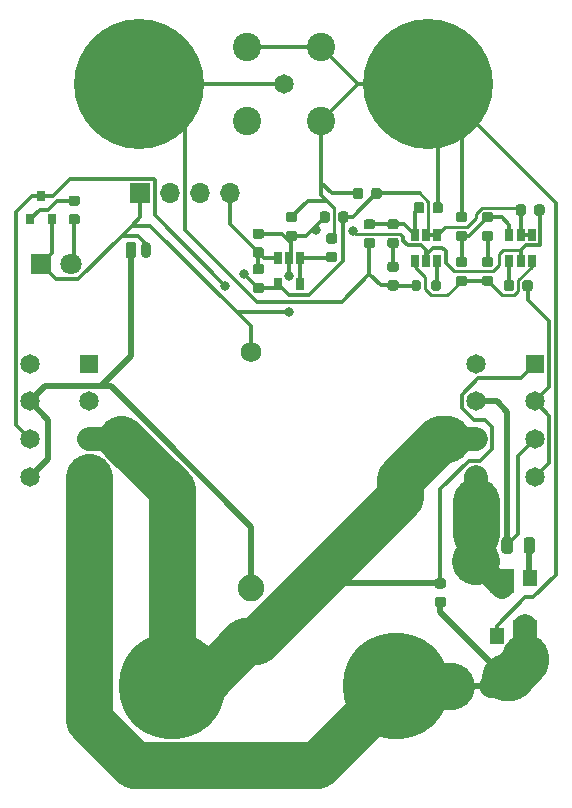
<source format=gbr>
%TF.GenerationSoftware,KiCad,Pcbnew,5.1.8-db9833491~87~ubuntu20.04.1*%
%TF.CreationDate,2020-11-29T21:19:56-07:00*%
%TF.ProjectId,smallcurrent,736d616c-6c63-4757-9272-656e742e6b69,rev?*%
%TF.SameCoordinates,Original*%
%TF.FileFunction,Copper,L2,Bot*%
%TF.FilePolarity,Positive*%
%FSLAX46Y46*%
G04 Gerber Fmt 4.6, Leading zero omitted, Abs format (unit mm)*
G04 Created by KiCad (PCBNEW 5.1.8-db9833491~87~ubuntu20.04.1) date 2020-11-29 21:19:56*
%MOMM*%
%LPD*%
G01*
G04 APERTURE LIST*
%TA.AperFunction,SMDPad,CuDef*%
%ADD10R,2.006600X2.048000*%
%TD*%
%TA.AperFunction,SMDPad,CuDef*%
%ADD11R,1.143000X1.397000*%
%TD*%
%TA.AperFunction,ComponentPad*%
%ADD12C,1.800000*%
%TD*%
%TA.AperFunction,ComponentPad*%
%ADD13R,1.800000X1.800000*%
%TD*%
%TA.AperFunction,ComponentPad*%
%ADD14C,11.000000*%
%TD*%
%TA.AperFunction,ComponentPad*%
%ADD15C,9.000000*%
%TD*%
%TA.AperFunction,ComponentPad*%
%ADD16C,2.250000*%
%TD*%
%TA.AperFunction,ComponentPad*%
%ADD17C,1.755000*%
%TD*%
%TA.AperFunction,SMDPad,CuDef*%
%ADD18R,0.650000X1.060000*%
%TD*%
%TA.AperFunction,SMDPad,CuDef*%
%ADD19R,0.800000X0.900000*%
%TD*%
%TA.AperFunction,ComponentPad*%
%ADD20C,1.650000*%
%TD*%
%TA.AperFunction,ComponentPad*%
%ADD21R,1.650000X1.650000*%
%TD*%
%TA.AperFunction,ComponentPad*%
%ADD22O,1.700000X1.700000*%
%TD*%
%TA.AperFunction,ComponentPad*%
%ADD23R,1.700000X1.700000*%
%TD*%
%TA.AperFunction,ComponentPad*%
%ADD24O,0.900000X1.400000*%
%TD*%
%TA.AperFunction,ComponentPad*%
%ADD25C,2.400000*%
%TD*%
%TA.AperFunction,ViaPad*%
%ADD26C,0.800000*%
%TD*%
%TA.AperFunction,Conductor*%
%ADD27C,4.000000*%
%TD*%
%TA.AperFunction,Conductor*%
%ADD28C,0.500000*%
%TD*%
%TA.AperFunction,Conductor*%
%ADD29C,2.000000*%
%TD*%
%TA.AperFunction,Conductor*%
%ADD30C,0.350000*%
%TD*%
%TA.AperFunction,Conductor*%
%ADD31C,0.250000*%
%TD*%
G04 APERTURE END LIST*
D10*
%TO.P,R1,2*%
%TO.N,GNDREF*%
X145177900Y-160951000D03*
D11*
X142790300Y-161276500D03*
%TO.P,R1,1*%
%TO.N,Net-(R1-Pad1)*%
X145609700Y-156323500D03*
D10*
X143222100Y-156649000D03*
%TD*%
%TO.P,R8,2*%
%TO.N,Net-(R8-Pad2)*%
%TA.AperFunction,SMDPad,CuDef*%
G36*
G01*
X137225000Y-131875000D02*
X137225000Y-131325000D01*
G75*
G02*
X137425000Y-131125000I200000J0D01*
G01*
X137825000Y-131125000D01*
G75*
G02*
X138025000Y-131325000I0J-200000D01*
G01*
X138025000Y-131875000D01*
G75*
G02*
X137825000Y-132075000I-200000J0D01*
G01*
X137425000Y-132075000D01*
G75*
G02*
X137225000Y-131875000I0J200000D01*
G01*
G37*
%TD.AperFunction*%
%TO.P,R8,1*%
%TO.N,Net-(BC1-Pad1)*%
%TA.AperFunction,SMDPad,CuDef*%
G36*
G01*
X135575000Y-131875000D02*
X135575000Y-131325000D01*
G75*
G02*
X135775000Y-131125000I200000J0D01*
G01*
X136175000Y-131125000D01*
G75*
G02*
X136375000Y-131325000I0J-200000D01*
G01*
X136375000Y-131875000D01*
G75*
G02*
X136175000Y-132075000I-200000J0D01*
G01*
X135775000Y-132075000D01*
G75*
G02*
X135575000Y-131875000I0J200000D01*
G01*
G37*
%TD.AperFunction*%
%TD*%
D12*
%TO.P,D1,2*%
%TO.N,Net-(D1-Pad2)*%
X106740000Y-129800000D03*
D13*
%TO.P,D1,1*%
%TO.N,GND*%
X104200000Y-129800000D03*
%TD*%
D14*
%TO.P,J4,1*%
%TO.N,GNDREF*%
X137000000Y-114500000D03*
%TD*%
%TO.P,J3,1*%
%TO.N,Net-(BC1-Pad1)*%
X112500000Y-114500000D03*
%TD*%
D15*
%TO.P,J2,1*%
%TO.N,GNDREF*%
X134250000Y-165500000D03*
%TD*%
%TO.P,J1,1*%
%TO.N,Net-(J1-Pad1)*%
X115250000Y-165500000D03*
%TD*%
D16*
%TO.P,BT1,1*%
%TO.N,+BATT*%
X122000000Y-157200000D03*
D17*
%TO.P,BT1,2*%
%TO.N,GND*%
X122000000Y-137200000D03*
%TD*%
D18*
%TO.P,U4,5*%
%TO.N,VCC*%
X136800000Y-127300000D03*
%TO.P,U4,6*%
X137750000Y-127300000D03*
%TO.P,U4,4*%
%TO.N,Net-(C4-Pad1)*%
X135850000Y-127300000D03*
%TO.P,U4,3*%
%TO.N,Net-(C3-Pad2)*%
X135850000Y-129500000D03*
%TO.P,U4,2*%
%TO.N,GND*%
X136800000Y-129500000D03*
%TO.P,U4,1*%
%TO.N,Net-(R8-Pad2)*%
X137750000Y-129500000D03*
%TD*%
D19*
%TO.P,U3,3*%
%TO.N,VCC*%
X104200000Y-124000000D03*
%TO.P,U3,2*%
%TO.N,Net-(R4-Pad2)*%
X103250000Y-126000000D03*
%TO.P,U3,1*%
%TO.N,GND*%
X105150000Y-126000000D03*
%TD*%
D18*
%TO.P,U2,5*%
%TO.N,VCC*%
X124250000Y-131500000D03*
%TO.P,U2,4*%
%TO.N,Net-(R10-Pad2)*%
X126150000Y-131500000D03*
%TO.P,U2,3*%
X126150000Y-129300000D03*
%TO.P,U2,2*%
%TO.N,GND*%
X125200000Y-129300000D03*
%TO.P,U2,1*%
%TO.N,Net-(J6-Pad4)*%
X124250000Y-129300000D03*
%TD*%
%TO.P,U1,5*%
%TO.N,VCC*%
X144800000Y-127300000D03*
%TO.P,U1,6*%
X145750000Y-127300000D03*
%TO.P,U1,4*%
%TO.N,Net-(C3-Pad1)*%
X143850000Y-127300000D03*
%TO.P,U1,3*%
%TO.N,Net-(R12-Pad2)*%
X143850000Y-129500000D03*
%TO.P,U1,2*%
%TO.N,GND*%
X144800000Y-129500000D03*
%TO.P,U1,1*%
%TO.N,Net-(C3-Pad2)*%
X145750000Y-129500000D03*
%TD*%
D20*
%TO.P,SW2,8*%
%TO.N,+BATT*%
X103250000Y-147800000D03*
%TO.P,SW2,7*%
%TO.N,VCC*%
X103250000Y-144600000D03*
%TO.P,SW2,6*%
%TO.N,+BATT*%
X103250000Y-141400000D03*
%TO.P,SW2,5*%
%TO.N,N/C*%
X103250000Y-138200000D03*
%TO.P,SW2,4*%
%TO.N,GNDREF*%
X108250000Y-147800000D03*
%TO.P,SW2,3*%
%TO.N,Net-(J1-Pad1)*%
X108250000Y-144600000D03*
%TO.P,SW2,2*%
%TO.N,N/C*%
X108250000Y-141400000D03*
D21*
%TO.P,SW2,1*%
X108250000Y-138200000D03*
%TD*%
D20*
%TO.P,SW1,8*%
%TO.N,Net-(R1-Pad1)*%
X141000000Y-147800000D03*
%TO.P,SW1,7*%
%TO.N,Net-(J1-Pad1)*%
X141000000Y-144600000D03*
%TO.P,SW1,6*%
%TO.N,Net-(R9-Pad1)*%
X141000000Y-141400000D03*
%TO.P,SW1,5*%
%TO.N,N/C*%
X141000000Y-138200000D03*
%TO.P,SW1,4*%
%TO.N,Net-(R12-Pad1)*%
X146000000Y-147800000D03*
%TO.P,SW1,3*%
%TO.N,Net-(R9-Pad1)*%
X146000000Y-144600000D03*
%TO.P,SW1,2*%
%TO.N,Net-(R12-Pad1)*%
X146000000Y-141400000D03*
D21*
%TO.P,SW1,1*%
%TO.N,Net-(J1-Pad1)*%
X146000000Y-138200000D03*
%TD*%
%TO.P,R15,2*%
%TO.N,GNDREF*%
%TA.AperFunction,SMDPad,CuDef*%
G36*
G01*
X137350000Y-125256250D02*
X137350000Y-124743750D01*
G75*
G02*
X137568750Y-124525000I218750J0D01*
G01*
X138006250Y-124525000D01*
G75*
G02*
X138225000Y-124743750I0J-218750D01*
G01*
X138225000Y-125256250D01*
G75*
G02*
X138006250Y-125475000I-218750J0D01*
G01*
X137568750Y-125475000D01*
G75*
G02*
X137350000Y-125256250I0J218750D01*
G01*
G37*
%TD.AperFunction*%
%TO.P,R15,1*%
%TO.N,Net-(C4-Pad1)*%
%TA.AperFunction,SMDPad,CuDef*%
G36*
G01*
X135775000Y-125256250D02*
X135775000Y-124743750D01*
G75*
G02*
X135993750Y-124525000I218750J0D01*
G01*
X136431250Y-124525000D01*
G75*
G02*
X136650000Y-124743750I0J-218750D01*
G01*
X136650000Y-125256250D01*
G75*
G02*
X136431250Y-125475000I-218750J0D01*
G01*
X135993750Y-125475000D01*
G75*
G02*
X135775000Y-125256250I0J218750D01*
G01*
G37*
%TD.AperFunction*%
%TD*%
%TO.P,R14,2*%
%TO.N,Net-(R13-Pad1)*%
%TA.AperFunction,SMDPad,CuDef*%
G36*
G01*
X134256250Y-130450000D02*
X133743750Y-130450000D01*
G75*
G02*
X133525000Y-130231250I0J218750D01*
G01*
X133525000Y-129793750D01*
G75*
G02*
X133743750Y-129575000I218750J0D01*
G01*
X134256250Y-129575000D01*
G75*
G02*
X134475000Y-129793750I0J-218750D01*
G01*
X134475000Y-130231250D01*
G75*
G02*
X134256250Y-130450000I-218750J0D01*
G01*
G37*
%TD.AperFunction*%
%TO.P,R14,1*%
%TO.N,Net-(BC1-Pad1)*%
%TA.AperFunction,SMDPad,CuDef*%
G36*
G01*
X134256250Y-132025000D02*
X133743750Y-132025000D01*
G75*
G02*
X133525000Y-131806250I0J218750D01*
G01*
X133525000Y-131368750D01*
G75*
G02*
X133743750Y-131150000I218750J0D01*
G01*
X134256250Y-131150000D01*
G75*
G02*
X134475000Y-131368750I0J-218750D01*
G01*
X134475000Y-131806250D01*
G75*
G02*
X134256250Y-132025000I-218750J0D01*
G01*
G37*
%TD.AperFunction*%
%TD*%
%TO.P,R13,2*%
%TO.N,Net-(C4-Pad1)*%
%TA.AperFunction,SMDPad,CuDef*%
G36*
G01*
X134256250Y-126850000D02*
X133743750Y-126850000D01*
G75*
G02*
X133525000Y-126631250I0J218750D01*
G01*
X133525000Y-126193750D01*
G75*
G02*
X133743750Y-125975000I218750J0D01*
G01*
X134256250Y-125975000D01*
G75*
G02*
X134475000Y-126193750I0J-218750D01*
G01*
X134475000Y-126631250D01*
G75*
G02*
X134256250Y-126850000I-218750J0D01*
G01*
G37*
%TD.AperFunction*%
%TO.P,R13,1*%
%TO.N,Net-(R13-Pad1)*%
%TA.AperFunction,SMDPad,CuDef*%
G36*
G01*
X134256250Y-128425000D02*
X133743750Y-128425000D01*
G75*
G02*
X133525000Y-128206250I0J218750D01*
G01*
X133525000Y-127768750D01*
G75*
G02*
X133743750Y-127550000I218750J0D01*
G01*
X134256250Y-127550000D01*
G75*
G02*
X134475000Y-127768750I0J-218750D01*
G01*
X134475000Y-128206250D01*
G75*
G02*
X134256250Y-128425000I-218750J0D01*
G01*
G37*
%TD.AperFunction*%
%TD*%
%TO.P,R12,2*%
%TO.N,Net-(R12-Pad2)*%
%TA.AperFunction,SMDPad,CuDef*%
G36*
G01*
X144250000Y-131343750D02*
X144250000Y-131856250D01*
G75*
G02*
X144031250Y-132075000I-218750J0D01*
G01*
X143593750Y-132075000D01*
G75*
G02*
X143375000Y-131856250I0J218750D01*
G01*
X143375000Y-131343750D01*
G75*
G02*
X143593750Y-131125000I218750J0D01*
G01*
X144031250Y-131125000D01*
G75*
G02*
X144250000Y-131343750I0J-218750D01*
G01*
G37*
%TD.AperFunction*%
%TO.P,R12,1*%
%TO.N,Net-(R12-Pad1)*%
%TA.AperFunction,SMDPad,CuDef*%
G36*
G01*
X145825000Y-131343750D02*
X145825000Y-131856250D01*
G75*
G02*
X145606250Y-132075000I-218750J0D01*
G01*
X145168750Y-132075000D01*
G75*
G02*
X144950000Y-131856250I0J218750D01*
G01*
X144950000Y-131343750D01*
G75*
G02*
X145168750Y-131125000I218750J0D01*
G01*
X145606250Y-131125000D01*
G75*
G02*
X145825000Y-131343750I0J-218750D01*
G01*
G37*
%TD.AperFunction*%
%TD*%
%TO.P,R11,2*%
%TO.N,Net-(R11-Pad2)*%
%TA.AperFunction,SMDPad,CuDef*%
G36*
G01*
X142256250Y-130050000D02*
X141743750Y-130050000D01*
G75*
G02*
X141525000Y-129831250I0J218750D01*
G01*
X141525000Y-129393750D01*
G75*
G02*
X141743750Y-129175000I218750J0D01*
G01*
X142256250Y-129175000D01*
G75*
G02*
X142475000Y-129393750I0J-218750D01*
G01*
X142475000Y-129831250D01*
G75*
G02*
X142256250Y-130050000I-218750J0D01*
G01*
G37*
%TD.AperFunction*%
%TO.P,R11,1*%
%TO.N,Net-(C3-Pad2)*%
%TA.AperFunction,SMDPad,CuDef*%
G36*
G01*
X142256250Y-131625000D02*
X141743750Y-131625000D01*
G75*
G02*
X141525000Y-131406250I0J218750D01*
G01*
X141525000Y-130968750D01*
G75*
G02*
X141743750Y-130750000I218750J0D01*
G01*
X142256250Y-130750000D01*
G75*
G02*
X142475000Y-130968750I0J-218750D01*
G01*
X142475000Y-131406250D01*
G75*
G02*
X142256250Y-131625000I-218750J0D01*
G01*
G37*
%TD.AperFunction*%
%TD*%
%TO.P,R10,2*%
%TO.N,Net-(R10-Pad2)*%
%TA.AperFunction,SMDPad,CuDef*%
G36*
G01*
X128543750Y-128750000D02*
X129056250Y-128750000D01*
G75*
G02*
X129275000Y-128968750I0J-218750D01*
G01*
X129275000Y-129406250D01*
G75*
G02*
X129056250Y-129625000I-218750J0D01*
G01*
X128543750Y-129625000D01*
G75*
G02*
X128325000Y-129406250I0J218750D01*
G01*
X128325000Y-128968750D01*
G75*
G02*
X128543750Y-128750000I218750J0D01*
G01*
G37*
%TD.AperFunction*%
%TO.P,R10,1*%
%TO.N,GNDREF*%
%TA.AperFunction,SMDPad,CuDef*%
G36*
G01*
X128543750Y-127175000D02*
X129056250Y-127175000D01*
G75*
G02*
X129275000Y-127393750I0J-218750D01*
G01*
X129275000Y-127831250D01*
G75*
G02*
X129056250Y-128050000I-218750J0D01*
G01*
X128543750Y-128050000D01*
G75*
G02*
X128325000Y-127831250I0J218750D01*
G01*
X128325000Y-127393750D01*
G75*
G02*
X128543750Y-127175000I218750J0D01*
G01*
G37*
%TD.AperFunction*%
%TD*%
%TO.P,R9,2*%
%TO.N,Net-(R1-Pad1)*%
%TA.AperFunction,SMDPad,CuDef*%
G36*
G01*
X145050000Y-154056250D02*
X145050000Y-153143750D01*
G75*
G02*
X145293750Y-152900000I243750J0D01*
G01*
X145781250Y-152900000D01*
G75*
G02*
X146025000Y-153143750I0J-243750D01*
G01*
X146025000Y-154056250D01*
G75*
G02*
X145781250Y-154300000I-243750J0D01*
G01*
X145293750Y-154300000D01*
G75*
G02*
X145050000Y-154056250I0J243750D01*
G01*
G37*
%TD.AperFunction*%
%TO.P,R9,1*%
%TO.N,Net-(R9-Pad1)*%
%TA.AperFunction,SMDPad,CuDef*%
G36*
G01*
X143175000Y-154056250D02*
X143175000Y-153143750D01*
G75*
G02*
X143418750Y-152900000I243750J0D01*
G01*
X143906250Y-152900000D01*
G75*
G02*
X144150000Y-153143750I0J-243750D01*
G01*
X144150000Y-154056250D01*
G75*
G02*
X143906250Y-154300000I-243750J0D01*
G01*
X143418750Y-154300000D01*
G75*
G02*
X143175000Y-154056250I0J243750D01*
G01*
G37*
%TD.AperFunction*%
%TD*%
%TO.P,R7,2*%
%TO.N,GND*%
%TA.AperFunction,SMDPad,CuDef*%
G36*
G01*
X122856250Y-127650000D02*
X122343750Y-127650000D01*
G75*
G02*
X122125000Y-127431250I0J218750D01*
G01*
X122125000Y-126993750D01*
G75*
G02*
X122343750Y-126775000I218750J0D01*
G01*
X122856250Y-126775000D01*
G75*
G02*
X123075000Y-126993750I0J-218750D01*
G01*
X123075000Y-127431250D01*
G75*
G02*
X122856250Y-127650000I-218750J0D01*
G01*
G37*
%TD.AperFunction*%
%TO.P,R7,1*%
%TO.N,Net-(J6-Pad4)*%
%TA.AperFunction,SMDPad,CuDef*%
G36*
G01*
X122856250Y-129225000D02*
X122343750Y-129225000D01*
G75*
G02*
X122125000Y-129006250I0J218750D01*
G01*
X122125000Y-128568750D01*
G75*
G02*
X122343750Y-128350000I218750J0D01*
G01*
X122856250Y-128350000D01*
G75*
G02*
X123075000Y-128568750I0J-218750D01*
G01*
X123075000Y-129006250D01*
G75*
G02*
X122856250Y-129225000I-218750J0D01*
G01*
G37*
%TD.AperFunction*%
%TD*%
%TO.P,R6,2*%
%TO.N,Net-(J6-Pad4)*%
%TA.AperFunction,SMDPad,CuDef*%
G36*
G01*
X122856250Y-130650000D02*
X122343750Y-130650000D01*
G75*
G02*
X122125000Y-130431250I0J218750D01*
G01*
X122125000Y-129993750D01*
G75*
G02*
X122343750Y-129775000I218750J0D01*
G01*
X122856250Y-129775000D01*
G75*
G02*
X123075000Y-129993750I0J-218750D01*
G01*
X123075000Y-130431250D01*
G75*
G02*
X122856250Y-130650000I-218750J0D01*
G01*
G37*
%TD.AperFunction*%
%TO.P,R6,1*%
%TO.N,VCC*%
%TA.AperFunction,SMDPad,CuDef*%
G36*
G01*
X122856250Y-132225000D02*
X122343750Y-132225000D01*
G75*
G02*
X122125000Y-132006250I0J218750D01*
G01*
X122125000Y-131568750D01*
G75*
G02*
X122343750Y-131350000I218750J0D01*
G01*
X122856250Y-131350000D01*
G75*
G02*
X123075000Y-131568750I0J-218750D01*
G01*
X123075000Y-132006250D01*
G75*
G02*
X122856250Y-132225000I-218750J0D01*
G01*
G37*
%TD.AperFunction*%
%TD*%
%TO.P,R5,2*%
%TO.N,GNDREF*%
%TA.AperFunction,SMDPad,CuDef*%
G36*
G01*
X140056250Y-126250000D02*
X139543750Y-126250000D01*
G75*
G02*
X139325000Y-126031250I0J218750D01*
G01*
X139325000Y-125593750D01*
G75*
G02*
X139543750Y-125375000I218750J0D01*
G01*
X140056250Y-125375000D01*
G75*
G02*
X140275000Y-125593750I0J-218750D01*
G01*
X140275000Y-126031250D01*
G75*
G02*
X140056250Y-126250000I-218750J0D01*
G01*
G37*
%TD.AperFunction*%
%TO.P,R5,1*%
%TO.N,Net-(C3-Pad1)*%
%TA.AperFunction,SMDPad,CuDef*%
G36*
G01*
X140056250Y-127825000D02*
X139543750Y-127825000D01*
G75*
G02*
X139325000Y-127606250I0J218750D01*
G01*
X139325000Y-127168750D01*
G75*
G02*
X139543750Y-126950000I218750J0D01*
G01*
X140056250Y-126950000D01*
G75*
G02*
X140275000Y-127168750I0J-218750D01*
G01*
X140275000Y-127606250D01*
G75*
G02*
X140056250Y-127825000I-218750J0D01*
G01*
G37*
%TD.AperFunction*%
%TD*%
%TO.P,R4,2*%
%TO.N,Net-(R4-Pad2)*%
%TA.AperFunction,SMDPad,CuDef*%
G36*
G01*
X107256250Y-124850000D02*
X106743750Y-124850000D01*
G75*
G02*
X106525000Y-124631250I0J218750D01*
G01*
X106525000Y-124193750D01*
G75*
G02*
X106743750Y-123975000I218750J0D01*
G01*
X107256250Y-123975000D01*
G75*
G02*
X107475000Y-124193750I0J-218750D01*
G01*
X107475000Y-124631250D01*
G75*
G02*
X107256250Y-124850000I-218750J0D01*
G01*
G37*
%TD.AperFunction*%
%TO.P,R4,1*%
%TO.N,Net-(D1-Pad2)*%
%TA.AperFunction,SMDPad,CuDef*%
G36*
G01*
X107256250Y-126425000D02*
X106743750Y-126425000D01*
G75*
G02*
X106525000Y-126206250I0J218750D01*
G01*
X106525000Y-125768750D01*
G75*
G02*
X106743750Y-125550000I218750J0D01*
G01*
X107256250Y-125550000D01*
G75*
G02*
X107475000Y-125768750I0J-218750D01*
G01*
X107475000Y-126206250D01*
G75*
G02*
X107256250Y-126425000I-218750J0D01*
G01*
G37*
%TD.AperFunction*%
%TD*%
%TO.P,R3,2*%
%TO.N,Net-(C3-Pad1)*%
%TA.AperFunction,SMDPad,CuDef*%
G36*
G01*
X142256250Y-126250000D02*
X141743750Y-126250000D01*
G75*
G02*
X141525000Y-126031250I0J218750D01*
G01*
X141525000Y-125593750D01*
G75*
G02*
X141743750Y-125375000I218750J0D01*
G01*
X142256250Y-125375000D01*
G75*
G02*
X142475000Y-125593750I0J-218750D01*
G01*
X142475000Y-126031250D01*
G75*
G02*
X142256250Y-126250000I-218750J0D01*
G01*
G37*
%TD.AperFunction*%
%TO.P,R3,1*%
%TO.N,Net-(R11-Pad2)*%
%TA.AperFunction,SMDPad,CuDef*%
G36*
G01*
X142256250Y-127825000D02*
X141743750Y-127825000D01*
G75*
G02*
X141525000Y-127606250I0J218750D01*
G01*
X141525000Y-127168750D01*
G75*
G02*
X141743750Y-126950000I218750J0D01*
G01*
X142256250Y-126950000D01*
G75*
G02*
X142475000Y-127168750I0J-218750D01*
G01*
X142475000Y-127606250D01*
G75*
G02*
X142256250Y-127825000I-218750J0D01*
G01*
G37*
%TD.AperFunction*%
%TD*%
%TO.P,R2,1*%
%TO.N,Net-(J1-Pad1)*%
%TA.AperFunction,SMDPad,CuDef*%
G36*
G01*
X137743750Y-156375000D02*
X138256250Y-156375000D01*
G75*
G02*
X138475000Y-156593750I0J-218750D01*
G01*
X138475000Y-157031250D01*
G75*
G02*
X138256250Y-157250000I-218750J0D01*
G01*
X137743750Y-157250000D01*
G75*
G02*
X137525000Y-157031250I0J218750D01*
G01*
X137525000Y-156593750D01*
G75*
G02*
X137743750Y-156375000I218750J0D01*
G01*
G37*
%TD.AperFunction*%
%TO.P,R2,2*%
%TO.N,GNDREF*%
%TA.AperFunction,SMDPad,CuDef*%
G36*
G01*
X137743750Y-157950000D02*
X138256250Y-157950000D01*
G75*
G02*
X138475000Y-158168750I0J-218750D01*
G01*
X138475000Y-158606250D01*
G75*
G02*
X138256250Y-158825000I-218750J0D01*
G01*
X137743750Y-158825000D01*
G75*
G02*
X137525000Y-158606250I0J218750D01*
G01*
X137525000Y-158168750D01*
G75*
G02*
X137743750Y-157950000I218750J0D01*
G01*
G37*
%TD.AperFunction*%
%TD*%
D22*
%TO.P,J6,4*%
%TO.N,Net-(J6-Pad4)*%
X120220000Y-123800000D03*
%TO.P,J6,3*%
%TO.N,N/C*%
X117680000Y-123800000D03*
%TO.P,J6,2*%
X115140000Y-123800000D03*
D23*
%TO.P,J6,1*%
%TO.N,GND*%
X112600000Y-123800000D03*
%TD*%
%TO.P,J5,1*%
%TO.N,+BATT*%
%TA.AperFunction,ComponentPad*%
G36*
G01*
X111350000Y-129075000D02*
X111350000Y-128125000D01*
G75*
G02*
X111575000Y-127900000I225000J0D01*
G01*
X112025000Y-127900000D01*
G75*
G02*
X112250000Y-128125000I0J-225000D01*
G01*
X112250000Y-129075000D01*
G75*
G02*
X112025000Y-129300000I-225000J0D01*
G01*
X111575000Y-129300000D01*
G75*
G02*
X111350000Y-129075000I0J225000D01*
G01*
G37*
%TD.AperFunction*%
D24*
%TO.P,J5,2*%
%TO.N,GND*%
X113050000Y-128600000D03*
%TD*%
%TO.P,C6,2*%
%TO.N,GNDREF*%
%TA.AperFunction,SMDPad,CuDef*%
G36*
G01*
X125656250Y-126250000D02*
X125143750Y-126250000D01*
G75*
G02*
X124925000Y-126031250I0J218750D01*
G01*
X124925000Y-125593750D01*
G75*
G02*
X125143750Y-125375000I218750J0D01*
G01*
X125656250Y-125375000D01*
G75*
G02*
X125875000Y-125593750I0J-218750D01*
G01*
X125875000Y-126031250D01*
G75*
G02*
X125656250Y-126250000I-218750J0D01*
G01*
G37*
%TD.AperFunction*%
%TO.P,C6,1*%
%TO.N,GND*%
%TA.AperFunction,SMDPad,CuDef*%
G36*
G01*
X125656250Y-127825000D02*
X125143750Y-127825000D01*
G75*
G02*
X124925000Y-127606250I0J218750D01*
G01*
X124925000Y-127168750D01*
G75*
G02*
X125143750Y-126950000I218750J0D01*
G01*
X125656250Y-126950000D01*
G75*
G02*
X125875000Y-127168750I0J-218750D01*
G01*
X125875000Y-127606250D01*
G75*
G02*
X125656250Y-127825000I-218750J0D01*
G01*
G37*
%TD.AperFunction*%
%TD*%
%TO.P,C5,2*%
%TO.N,VCC*%
%TA.AperFunction,SMDPad,CuDef*%
G36*
G01*
X132150000Y-124056250D02*
X132150000Y-123543750D01*
G75*
G02*
X132368750Y-123325000I218750J0D01*
G01*
X132806250Y-123325000D01*
G75*
G02*
X133025000Y-123543750I0J-218750D01*
G01*
X133025000Y-124056250D01*
G75*
G02*
X132806250Y-124275000I-218750J0D01*
G01*
X132368750Y-124275000D01*
G75*
G02*
X132150000Y-124056250I0J218750D01*
G01*
G37*
%TD.AperFunction*%
%TO.P,C5,1*%
%TO.N,GNDREF*%
%TA.AperFunction,SMDPad,CuDef*%
G36*
G01*
X130575000Y-124056250D02*
X130575000Y-123543750D01*
G75*
G02*
X130793750Y-123325000I218750J0D01*
G01*
X131231250Y-123325000D01*
G75*
G02*
X131450000Y-123543750I0J-218750D01*
G01*
X131450000Y-124056250D01*
G75*
G02*
X131231250Y-124275000I-218750J0D01*
G01*
X130793750Y-124275000D01*
G75*
G02*
X130575000Y-124056250I0J218750D01*
G01*
G37*
%TD.AperFunction*%
%TD*%
%TO.P,C4,2*%
%TO.N,Net-(BC1-Pad1)*%
%TA.AperFunction,SMDPad,CuDef*%
G36*
G01*
X131743750Y-127550000D02*
X132256250Y-127550000D01*
G75*
G02*
X132475000Y-127768750I0J-218750D01*
G01*
X132475000Y-128206250D01*
G75*
G02*
X132256250Y-128425000I-218750J0D01*
G01*
X131743750Y-128425000D01*
G75*
G02*
X131525000Y-128206250I0J218750D01*
G01*
X131525000Y-127768750D01*
G75*
G02*
X131743750Y-127550000I218750J0D01*
G01*
G37*
%TD.AperFunction*%
%TO.P,C4,1*%
%TO.N,Net-(C4-Pad1)*%
%TA.AperFunction,SMDPad,CuDef*%
G36*
G01*
X131743750Y-125975000D02*
X132256250Y-125975000D01*
G75*
G02*
X132475000Y-126193750I0J-218750D01*
G01*
X132475000Y-126631250D01*
G75*
G02*
X132256250Y-126850000I-218750J0D01*
G01*
X131743750Y-126850000D01*
G75*
G02*
X131525000Y-126631250I0J218750D01*
G01*
X131525000Y-126193750D01*
G75*
G02*
X131743750Y-125975000I218750J0D01*
G01*
G37*
%TD.AperFunction*%
%TD*%
%TO.P,C3,2*%
%TO.N,Net-(C3-Pad2)*%
%TA.AperFunction,SMDPad,CuDef*%
G36*
G01*
X139543750Y-130750000D02*
X140056250Y-130750000D01*
G75*
G02*
X140275000Y-130968750I0J-218750D01*
G01*
X140275000Y-131406250D01*
G75*
G02*
X140056250Y-131625000I-218750J0D01*
G01*
X139543750Y-131625000D01*
G75*
G02*
X139325000Y-131406250I0J218750D01*
G01*
X139325000Y-130968750D01*
G75*
G02*
X139543750Y-130750000I218750J0D01*
G01*
G37*
%TD.AperFunction*%
%TO.P,C3,1*%
%TO.N,Net-(C3-Pad1)*%
%TA.AperFunction,SMDPad,CuDef*%
G36*
G01*
X139543750Y-129175000D02*
X140056250Y-129175000D01*
G75*
G02*
X140275000Y-129393750I0J-218750D01*
G01*
X140275000Y-129831250D01*
G75*
G02*
X140056250Y-130050000I-218750J0D01*
G01*
X139543750Y-130050000D01*
G75*
G02*
X139325000Y-129831250I0J218750D01*
G01*
X139325000Y-129393750D01*
G75*
G02*
X139543750Y-129175000I218750J0D01*
G01*
G37*
%TD.AperFunction*%
%TD*%
%TO.P,C2,2*%
%TO.N,VCC*%
%TA.AperFunction,SMDPad,CuDef*%
G36*
G01*
X129350000Y-126056250D02*
X129350000Y-125543750D01*
G75*
G02*
X129568750Y-125325000I218750J0D01*
G01*
X130006250Y-125325000D01*
G75*
G02*
X130225000Y-125543750I0J-218750D01*
G01*
X130225000Y-126056250D01*
G75*
G02*
X130006250Y-126275000I-218750J0D01*
G01*
X129568750Y-126275000D01*
G75*
G02*
X129350000Y-126056250I0J218750D01*
G01*
G37*
%TD.AperFunction*%
%TO.P,C2,1*%
%TO.N,GND*%
%TA.AperFunction,SMDPad,CuDef*%
G36*
G01*
X127775000Y-126056250D02*
X127775000Y-125543750D01*
G75*
G02*
X127993750Y-125325000I218750J0D01*
G01*
X128431250Y-125325000D01*
G75*
G02*
X128650000Y-125543750I0J-218750D01*
G01*
X128650000Y-126056250D01*
G75*
G02*
X128431250Y-126275000I-218750J0D01*
G01*
X127993750Y-126275000D01*
G75*
G02*
X127775000Y-126056250I0J218750D01*
G01*
G37*
%TD.AperFunction*%
%TD*%
%TO.P,C1,2*%
%TO.N,GND*%
%TA.AperFunction,SMDPad,CuDef*%
G36*
G01*
X145950000Y-125456250D02*
X145950000Y-124943750D01*
G75*
G02*
X146168750Y-124725000I218750J0D01*
G01*
X146606250Y-124725000D01*
G75*
G02*
X146825000Y-124943750I0J-218750D01*
G01*
X146825000Y-125456250D01*
G75*
G02*
X146606250Y-125675000I-218750J0D01*
G01*
X146168750Y-125675000D01*
G75*
G02*
X145950000Y-125456250I0J218750D01*
G01*
G37*
%TD.AperFunction*%
%TO.P,C1,1*%
%TO.N,VCC*%
%TA.AperFunction,SMDPad,CuDef*%
G36*
G01*
X144375000Y-125456250D02*
X144375000Y-124943750D01*
G75*
G02*
X144593750Y-124725000I218750J0D01*
G01*
X145031250Y-124725000D01*
G75*
G02*
X145250000Y-124943750I0J-218750D01*
G01*
X145250000Y-125456250D01*
G75*
G02*
X145031250Y-125675000I-218750J0D01*
G01*
X144593750Y-125675000D01*
G75*
G02*
X144375000Y-125456250I0J218750D01*
G01*
G37*
%TD.AperFunction*%
%TD*%
D25*
%TO.P,BC1,5*%
%TO.N,GNDREF*%
X121620000Y-117630000D03*
%TO.P,BC1,4*%
X127880000Y-117630000D03*
%TO.P,BC1,3*%
X127880000Y-111370000D03*
%TO.P,BC1,2*%
X121620000Y-111370000D03*
D20*
%TO.P,BC1,1*%
%TO.N,Net-(BC1-Pad1)*%
X124750000Y-114500000D03*
%TD*%
D26*
%TO.N,GND*%
X125200000Y-130800000D03*
X125200000Y-133800000D03*
X127500531Y-126887269D03*
X130600000Y-127000000D03*
%TO.N,VCC*%
X119800000Y-131600000D03*
X121400000Y-130600000D03*
%TD*%
D27*
%TO.N,GNDREF*%
X112033999Y-172200001D02*
X108250000Y-168416002D01*
X134250000Y-165500000D02*
X127549999Y-172200001D01*
X127549999Y-172200001D02*
X112033999Y-172200001D01*
X108250000Y-168416002D02*
X108250000Y-147800000D01*
X134250000Y-165500000D02*
X138900000Y-165500000D01*
D28*
X138900000Y-165500000D02*
X142300000Y-165500000D01*
D29*
X145177900Y-160451000D02*
X145177900Y-163022100D01*
X142700000Y-165500000D02*
X142300000Y-165500000D01*
D27*
X145177900Y-163022100D02*
X145177900Y-163422100D01*
X143900000Y-164700000D02*
X143500000Y-164700000D01*
X145177900Y-163422100D02*
X143900000Y-164700000D01*
D29*
X143500000Y-164700000D02*
X142700000Y-165500000D01*
X145177900Y-163022100D02*
X143500000Y-164700000D01*
D28*
X138000000Y-159200000D02*
X143500000Y-164700000D01*
X138000000Y-158387500D02*
X138000000Y-159200000D01*
D30*
X142790300Y-161276500D02*
X142790300Y-160409700D01*
X142790300Y-160409700D02*
X145200000Y-158000000D01*
X145878202Y-158000000D02*
X147800000Y-156078202D01*
X145200000Y-158000000D02*
X145878202Y-158000000D01*
X147800000Y-156078202D02*
X147800000Y-124600000D01*
X137700000Y-114500000D02*
X137000000Y-114500000D01*
X147800000Y-124600000D02*
X137700000Y-114500000D01*
X137787500Y-115287500D02*
X137000000Y-114500000D01*
X137787500Y-125000000D02*
X137787500Y-115287500D01*
X139800000Y-117300000D02*
X137000000Y-114500000D01*
X139800000Y-125812500D02*
X139800000Y-117300000D01*
D31*
X128800000Y-127612500D02*
X128975010Y-127437490D01*
D30*
X125400000Y-125812500D02*
X126787510Y-124424990D01*
X131010000Y-114500000D02*
X127880000Y-111370000D01*
X137000000Y-114500000D02*
X131010000Y-114500000D01*
X127880000Y-111370000D02*
X121620000Y-111370000D01*
X127880000Y-123929980D02*
X128375010Y-124424990D01*
X126787510Y-124424990D02*
X128375010Y-124424990D01*
X128375010Y-124424990D02*
X128975010Y-125024990D01*
D31*
X128975010Y-127437490D02*
X128975010Y-125024990D01*
D30*
X128800000Y-123800000D02*
X127880000Y-122880000D01*
X131012500Y-123800000D02*
X128800000Y-123800000D01*
X127880000Y-122880000D02*
X127880000Y-123929980D01*
X127880000Y-117630000D02*
X127880000Y-122880000D01*
X131010000Y-114500000D02*
X127880000Y-117630000D01*
%TO.N,Net-(BC1-Pad1)*%
X124750000Y-114500000D02*
X112500000Y-114500000D01*
X134012500Y-131600000D02*
X134000000Y-131587500D01*
X135975000Y-131600000D02*
X134012500Y-131600000D01*
X134000000Y-131587500D02*
X132987500Y-131587500D01*
X132000000Y-130600000D02*
X132000000Y-127987500D01*
X132987500Y-131587500D02*
X132000000Y-130600000D01*
X132000000Y-130600000D02*
X129644988Y-132955012D01*
X129644988Y-132955012D02*
X122452806Y-132955012D01*
X122452806Y-132955012D02*
X116365001Y-126867207D01*
X116365001Y-126867207D02*
X116365001Y-118365001D01*
X116365001Y-118365001D02*
X112500000Y-114500000D01*
D28*
%TO.N,+BATT*%
X122000000Y-157200000D02*
X122000000Y-152000000D01*
X104525001Y-140124999D02*
X103250000Y-141400000D01*
X103250000Y-141400000D02*
X104800000Y-142950000D01*
X104800000Y-146250000D02*
X103250000Y-147800000D01*
X104800000Y-142950000D02*
X104800000Y-146250000D01*
X122000000Y-152000000D02*
X113400000Y-143400000D01*
X113400000Y-143400000D02*
X110124999Y-140124999D01*
X108724999Y-140124999D02*
X104525001Y-140124999D01*
X111800000Y-137600000D02*
X109275001Y-140124999D01*
X111800000Y-128600000D02*
X111800000Y-137600000D01*
X109275001Y-140124999D02*
X108724999Y-140124999D01*
X110124999Y-140124999D02*
X109275001Y-140124999D01*
D30*
%TO.N,GND*%
X105150000Y-128850000D02*
X104200000Y-129800000D01*
X105150000Y-126000000D02*
X105150000Y-128850000D01*
X126625000Y-127387500D02*
X128212500Y-125800000D01*
X125400000Y-127387500D02*
X126625000Y-127387500D01*
X125400000Y-129100000D02*
X125200000Y-129300000D01*
X124612500Y-127212500D02*
X125400000Y-128000000D01*
X122600000Y-127212500D02*
X124612500Y-127212500D01*
X125400000Y-128000000D02*
X125400000Y-129100000D01*
X125400000Y-127387500D02*
X125400000Y-128000000D01*
X104200000Y-129800000D02*
X105475001Y-131075001D01*
X112750000Y-123950000D02*
X112600000Y-123800000D01*
X122000000Y-135051456D02*
X122000000Y-137200000D01*
X125200000Y-129300000D02*
X125200000Y-130800000D01*
X125200000Y-133800000D02*
X120748544Y-133800000D01*
X120748544Y-133800000D02*
X120674272Y-133725728D01*
X120674272Y-133725728D02*
X122000000Y-135051456D01*
X136800000Y-129500000D02*
X136800000Y-129000000D01*
X136800000Y-129000000D02*
X137400000Y-128400000D01*
X138180002Y-128400000D02*
X138380002Y-128600000D01*
X137400000Y-128400000D02*
X138180002Y-128400000D01*
X138450001Y-128669999D02*
X138450001Y-129650001D01*
X138380002Y-128600000D02*
X138450001Y-128669999D01*
X138450001Y-129650001D02*
X139200000Y-130400000D01*
D31*
X144800000Y-128720000D02*
X144800000Y-129500000D01*
X144680000Y-128600000D02*
X144800000Y-128720000D01*
X143309998Y-128600000D02*
X144680000Y-128600000D01*
X143000000Y-128909998D02*
X143309998Y-128600000D01*
X143000000Y-129856494D02*
X143000000Y-128909998D01*
X142456494Y-130400000D02*
X143000000Y-129856494D01*
X139200000Y-130400000D02*
X142456494Y-130400000D01*
D30*
X146450001Y-128130001D02*
X146450001Y-125262501D01*
X145214999Y-128205001D02*
X146375001Y-128205001D01*
X146450001Y-125262501D02*
X146387500Y-125200000D01*
X146375001Y-128205001D02*
X146450001Y-128130001D01*
X144800000Y-128620000D02*
X145214999Y-128205001D01*
X144800000Y-129500000D02*
X144800000Y-128620000D01*
X134850010Y-127830012D02*
X134850010Y-127450010D01*
D31*
X127500531Y-126887269D02*
X127319512Y-126706250D01*
X127319512Y-126706250D02*
X127306250Y-126706250D01*
X134850010Y-127450010D02*
X134624990Y-127224990D01*
X134624990Y-127224990D02*
X130824990Y-127224990D01*
X130824990Y-127224990D02*
X130600000Y-127000000D01*
D30*
X136800000Y-129500000D02*
X136800000Y-128620000D01*
X136800000Y-128620000D02*
X136385001Y-128205001D01*
X136385001Y-128205001D02*
X135224999Y-128205001D01*
X135224999Y-128205001D02*
X134850010Y-127830012D01*
X112600000Y-125827002D02*
X112600000Y-123800000D01*
X105475001Y-131075001D02*
X107352001Y-131075001D01*
X107352001Y-131075001D02*
X111013501Y-127413501D01*
X111013501Y-127413501D02*
X112413501Y-127413501D01*
X113050000Y-128050000D02*
X113050000Y-128600000D01*
X112413501Y-127413501D02*
X113050000Y-128050000D01*
X113462045Y-126513501D02*
X120674272Y-133725728D01*
X111913501Y-126513501D02*
X113462045Y-126513501D01*
X111013501Y-127413501D02*
X111913501Y-126513501D01*
X111913501Y-126513501D02*
X112600000Y-125827002D01*
%TO.N,VCC*%
X103450000Y-124000000D02*
X104200000Y-124000000D01*
X102049999Y-125400001D02*
X103450000Y-124000000D01*
X102049999Y-143399999D02*
X102049999Y-125400001D01*
X103250000Y-144600000D02*
X102049999Y-143399999D01*
D31*
X136975010Y-124518516D02*
X136256494Y-123800000D01*
X136975010Y-127124990D02*
X136975010Y-124518516D01*
X136800000Y-127300000D02*
X136975010Y-127124990D01*
X136000000Y-123800000D02*
X132587500Y-123800000D01*
X136256494Y-123800000D02*
X136000000Y-123800000D01*
D30*
X136256494Y-123800000D02*
X132587500Y-123800000D01*
X144800000Y-125212500D02*
X144812500Y-125200000D01*
X144800000Y-127300000D02*
X144800000Y-125212500D01*
X144800000Y-127300000D02*
X145750000Y-127300000D01*
X136800000Y-127300000D02*
X137750000Y-127300000D01*
D31*
X140231504Y-126624990D02*
X141000000Y-125856494D01*
X138425010Y-126624990D02*
X140231504Y-126624990D01*
X137750000Y-127300000D02*
X138425010Y-126624990D01*
X144662490Y-125049990D02*
X144812500Y-125200000D01*
X141518516Y-125049990D02*
X144662490Y-125049990D01*
X141000000Y-125568506D02*
X141518516Y-125049990D01*
X141000000Y-125856494D02*
X141000000Y-125568506D01*
D30*
X123962500Y-131787500D02*
X124250000Y-131500000D01*
X122600000Y-131787500D02*
X123962500Y-131787500D01*
X130587500Y-125800000D02*
X129787500Y-125800000D01*
X132587500Y-123800000D02*
X130587500Y-125800000D01*
X129787500Y-129514706D02*
X129787500Y-125800000D01*
X125155001Y-132405001D02*
X126897205Y-132405001D01*
X124250000Y-131500000D02*
X125155001Y-132405001D01*
X126897205Y-132405001D02*
X129787500Y-129514706D01*
X121412500Y-130600000D02*
X122600000Y-131787500D01*
X121400000Y-130600000D02*
X121412500Y-130600000D01*
X113825001Y-122649999D02*
X113825001Y-125625001D01*
X113750001Y-122574999D02*
X113825001Y-122649999D01*
X113825001Y-125625001D02*
X119800000Y-131600000D01*
X106625001Y-122574999D02*
X113750001Y-122574999D01*
X105200000Y-124000000D02*
X106625001Y-122574999D01*
X104200000Y-124000000D02*
X105200000Y-124000000D01*
D31*
%TO.N,Net-(C3-Pad2)*%
X144256484Y-132400010D02*
X143212510Y-132400010D01*
X144575010Y-132081484D02*
X144256484Y-132400010D01*
X144575010Y-131168496D02*
X144575010Y-132081484D01*
X145750000Y-129993506D02*
X144575010Y-131168496D01*
X143212510Y-132400010D02*
X142000000Y-131187500D01*
X145750000Y-129500000D02*
X145750000Y-129993506D01*
X135850000Y-129990002D02*
X135850000Y-129500000D01*
X136700010Y-130840012D02*
X135850000Y-129990002D01*
X136700010Y-131892488D02*
X136700010Y-130840012D01*
X137207532Y-132400010D02*
X136700010Y-131892488D01*
X138587490Y-132400010D02*
X137207532Y-132400010D01*
X139800000Y-131187500D02*
X138587490Y-132400010D01*
D30*
X139800000Y-131187500D02*
X142000000Y-131187500D01*
%TO.N,Net-(C3-Pad1)*%
X142000000Y-125812500D02*
X143212500Y-125812500D01*
X143850000Y-126450000D02*
X143850000Y-127300000D01*
X143212500Y-125812500D02*
X143850000Y-126450000D01*
X139800000Y-129612500D02*
X139800000Y-127387500D01*
X140425000Y-127387500D02*
X142000000Y-125812500D01*
X139800000Y-127387500D02*
X140425000Y-127387500D01*
%TO.N,Net-(C4-Pad1)*%
X132000000Y-126412500D02*
X134000000Y-126412500D01*
X134962500Y-126412500D02*
X135850000Y-127300000D01*
X134000000Y-126412500D02*
X134962500Y-126412500D01*
X135850000Y-125362500D02*
X136212500Y-125000000D01*
X135850000Y-127300000D02*
X135850000Y-125362500D01*
%TO.N,Net-(D1-Pad2)*%
X107000000Y-129540000D02*
X106740000Y-129800000D01*
X107000000Y-125987500D02*
X107000000Y-129540000D01*
D29*
%TO.N,Net-(J1-Pad1)*%
X108250000Y-144600000D02*
X110989711Y-144600000D01*
X110989711Y-144600000D02*
X111094855Y-144705144D01*
D27*
X115250000Y-148860289D02*
X110989711Y-144600000D01*
X115250000Y-165500000D02*
X115250000Y-148860289D01*
D30*
X140430453Y-146424990D02*
X141375010Y-146424990D01*
X138000000Y-148855443D02*
X140430453Y-146424990D01*
X138000000Y-156812500D02*
X138000000Y-148855443D01*
X141375010Y-146424990D02*
X142400000Y-145400000D01*
X142400000Y-145400000D02*
X142400000Y-143600000D01*
X142400000Y-143600000D02*
X141800000Y-143000000D01*
X144799999Y-139400001D02*
X146000000Y-138200000D01*
X139799999Y-140823999D02*
X141223997Y-139400001D01*
X139799999Y-141976001D02*
X139799999Y-140823999D01*
X140823998Y-143000000D02*
X139799999Y-141976001D01*
X141223997Y-139400001D02*
X144799999Y-139400001D01*
X141800000Y-143000000D02*
X140823998Y-143000000D01*
D29*
X115250000Y-165500000D02*
X117700000Y-165500000D01*
X138600000Y-144600000D02*
X141000000Y-144600000D01*
X117700000Y-165500000D02*
X120400000Y-162800000D01*
D27*
X117700000Y-165500000D02*
X121500000Y-161700000D01*
D29*
X120400000Y-162800000D02*
X121500000Y-161700000D01*
D27*
X134600000Y-149521002D02*
X134600000Y-148600000D01*
X122421002Y-161700000D02*
X134600000Y-149521002D01*
X121500000Y-161700000D02*
X122421002Y-161700000D01*
D29*
X137400000Y-145800000D02*
X138600000Y-144600000D01*
X134600000Y-148600000D02*
X137400000Y-145800000D01*
D27*
X134600000Y-148600000D02*
X134600000Y-148000000D01*
X138000000Y-144600000D02*
X138600000Y-144600000D01*
X134600000Y-148000000D02*
X138000000Y-144600000D01*
D28*
X128212500Y-156812500D02*
X127300000Y-155900000D01*
X138000000Y-156812500D02*
X128212500Y-156812500D01*
D29*
X127300000Y-155900000D02*
X134600000Y-148600000D01*
X121500000Y-161700000D02*
X127300000Y-155900000D01*
D30*
%TO.N,Net-(J6-Pad4)*%
X123112500Y-129300000D02*
X122600000Y-128787500D01*
X124250000Y-129300000D02*
X123112500Y-129300000D01*
X122600000Y-128787500D02*
X122600000Y-130212500D01*
X120220000Y-126407500D02*
X122600000Y-128787500D01*
X120220000Y-123800000D02*
X120220000Y-126407500D01*
D29*
%TO.N,Net-(R1-Pad1)*%
X141000000Y-154926900D02*
X143222100Y-157149000D01*
D27*
X141000000Y-149800000D02*
X141000000Y-152106500D01*
D29*
X141000000Y-147800000D02*
X141000000Y-149800000D01*
D27*
X141000000Y-154926900D02*
X140926900Y-154926900D01*
X140926900Y-154926900D02*
X140974990Y-154878810D01*
D29*
X141000000Y-149800000D02*
X141000000Y-152600000D01*
D27*
X141000000Y-152600000D02*
X141000000Y-152106500D01*
D29*
X141000000Y-152600000D02*
X141000000Y-154926900D01*
D28*
X145537500Y-156251300D02*
X145609700Y-156323500D01*
X145537500Y-153600000D02*
X145537500Y-156251300D01*
D30*
%TO.N,Net-(R11-Pad2)*%
X142000000Y-129612500D02*
X142000000Y-127387500D01*
%TO.N,Net-(R4-Pad2)*%
X104075001Y-125174999D02*
X104825001Y-125174999D01*
X103250000Y-126000000D02*
X104075001Y-125174999D01*
X105587500Y-124412500D02*
X107000000Y-124412500D01*
X104825001Y-125174999D02*
X105587500Y-124412500D01*
D28*
%TO.N,Net-(R9-Pad1)*%
X143662500Y-153600000D02*
X143662500Y-142262500D01*
X142800000Y-141400000D02*
X141000000Y-141400000D01*
X143662500Y-142262500D02*
X142800000Y-141400000D01*
D30*
X143662500Y-153600000D02*
X144600000Y-152662500D01*
X144600000Y-146000000D02*
X146000000Y-144600000D01*
X144600000Y-152662500D02*
X144600000Y-146000000D01*
%TO.N,Net-(R10-Pad2)*%
X126150000Y-129300000D02*
X126150000Y-131500000D01*
X128687500Y-129300000D02*
X128800000Y-129187500D01*
X126150000Y-129300000D02*
X128687500Y-129300000D01*
%TO.N,Net-(R12-Pad2)*%
X143812500Y-129537500D02*
X143850000Y-129500000D01*
X143812500Y-131600000D02*
X143812500Y-129537500D01*
%TO.N,Net-(R12-Pad1)*%
X147200001Y-142600001D02*
X146000000Y-141400000D01*
X147200001Y-146599999D02*
X147200001Y-142600001D01*
X146000000Y-147800000D02*
X147200001Y-146599999D01*
X146000000Y-141400000D02*
X147200001Y-140199999D01*
X147200001Y-136600001D02*
X147200001Y-134600001D01*
X147200001Y-140199999D02*
X147200001Y-136600001D01*
X147200001Y-136600001D02*
X147200001Y-136400001D01*
X145387500Y-132787500D02*
X145387500Y-131600000D01*
X147200001Y-134600001D02*
X145387500Y-132787500D01*
%TO.N,Net-(R13-Pad1)*%
X134000000Y-127987500D02*
X134000000Y-130012500D01*
%TO.N,Net-(R8-Pad2)*%
X137750000Y-131475000D02*
X137625000Y-131600000D01*
X137750000Y-129500000D02*
X137750000Y-131475000D01*
%TD*%
M02*

</source>
